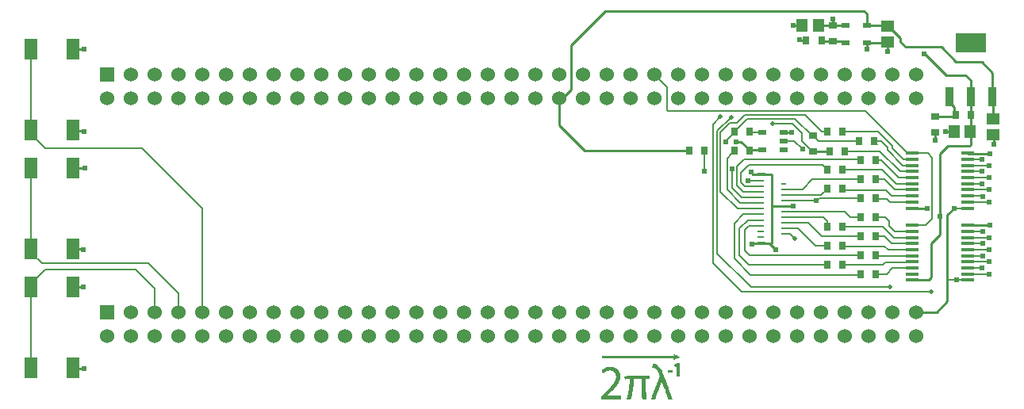
<source format=gtl>
G04*
G04 #@! TF.GenerationSoftware,Altium Limited,Altium Designer,23.3.1 (30)*
G04*
G04 Layer_Physical_Order=1*
G04 Layer_Color=417716*
%FSLAX25Y25*%
%MOIN*%
G70*
G04*
G04 #@! TF.SameCoordinates,15D68FC8-8055-42D3-B3C9-1605CC88C85B*
G04*
G04*
G04 #@! TF.FilePolarity,Positive*
G04*
G01*
G75*
%ADD10C,0.01000*%
%ADD15R,0.03347X0.02756*%
%ADD16R,0.05500X0.08500*%
%ADD17R,0.04921X0.05512*%
%ADD18R,0.03347X0.02362*%
%ADD19R,0.05512X0.04921*%
%ADD20R,0.02756X0.03347*%
%ADD21R,0.02835X0.00984*%
%ADD22R,0.02047X0.00984*%
%ADD23R,0.03347X0.01181*%
%ADD24R,0.05512X0.01772*%
%ADD25R,0.12992X0.08268*%
%ADD26R,0.03543X0.08268*%
%ADD42C,0.00600*%
%ADD43C,0.06000*%
%ADD44R,0.06200X0.06200*%
%ADD45C,0.02400*%
%ADD46C,0.02000*%
G36*
X238091Y-17633D02*
X238230Y-17689D01*
X238425Y-17772D01*
X238647Y-17855D01*
X238897Y-17966D01*
X239424Y-18189D01*
X239980Y-18438D01*
X240230Y-18550D01*
X240480Y-18633D01*
X240674Y-18744D01*
X240813Y-18799D01*
X240924Y-18855D01*
X240980Y-18883D01*
Y-18911D01*
X240952D01*
X240868Y-18966D01*
X240730Y-19022D01*
X240535Y-19105D01*
X240313Y-19188D01*
X240063Y-19272D01*
X239535Y-19494D01*
X239008Y-19716D01*
X238730Y-19827D01*
X238508Y-19938D01*
X238314Y-20021D01*
X238147Y-20077D01*
X238008Y-20132D01*
X237953Y-20160D01*
X238258Y-19355D01*
Y-19327D01*
X208072D01*
X208044Y-19299D01*
X208017Y-19272D01*
X207989Y-19216D01*
Y-18494D01*
Y-18466D01*
X208044Y-18438D01*
X238286D01*
X237953Y-17605D01*
Y-17578D01*
X237980D01*
X238091Y-17633D01*
D02*
G37*
G36*
X237703Y-24298D02*
Y-25270D01*
Y-25298D01*
X237647Y-25325D01*
X235898D01*
X235870Y-25270D01*
Y-24298D01*
Y-24270D01*
X235925Y-24242D01*
X237675D01*
X237703Y-24298D01*
D02*
G37*
G36*
X240674Y-21243D02*
Y-21299D01*
Y-27075D01*
Y-27103D01*
X240618Y-27130D01*
X239535D01*
X239508Y-27075D01*
Y-22687D01*
X239452D01*
X238675Y-23159D01*
X238619D01*
X238425Y-22021D01*
X238453Y-21993D01*
X238480Y-21965D01*
X238536Y-21910D01*
X238675Y-21826D01*
X238841Y-21715D01*
X239063Y-21576D01*
X239397Y-21410D01*
X239424Y-21382D01*
X239535Y-21299D01*
X239647Y-21243D01*
X239758Y-21215D01*
X240646D01*
X240674Y-21243D01*
D02*
G37*
G36*
X230344Y-21771D02*
X230483Y-21799D01*
X230677Y-21854D01*
X230871Y-21937D01*
X231093Y-22021D01*
X231343Y-22187D01*
X231593Y-22354D01*
X231871Y-22576D01*
X232149Y-22882D01*
X232454Y-23215D01*
X232732Y-23604D01*
X233010Y-24076D01*
X233287Y-24603D01*
X233537Y-25214D01*
X233565Y-25270D01*
X233593Y-25381D01*
X233676Y-25548D01*
X233759Y-25770D01*
X233870Y-26075D01*
X234037Y-26492D01*
X234148Y-26742D01*
X234231Y-27019D01*
X234370Y-27325D01*
X234481Y-27658D01*
X234620Y-28019D01*
X234787Y-28436D01*
X234953Y-28880D01*
X235120Y-29352D01*
X235342Y-29880D01*
X235537Y-30435D01*
X235759Y-31046D01*
X236009Y-31685D01*
X236259Y-32379D01*
X236536Y-33129D01*
X236842Y-33906D01*
X237147Y-34739D01*
X237480Y-35628D01*
X237842Y-36572D01*
X237814Y-36600D01*
X235981D01*
X235953Y-36572D01*
X235925Y-36517D01*
X235898Y-36406D01*
X235814Y-36239D01*
X235731Y-35961D01*
X235676Y-35767D01*
X235592Y-35572D01*
X235509Y-35350D01*
X235425Y-35073D01*
X235398Y-35017D01*
X235370Y-34906D01*
X235287Y-34684D01*
X235176Y-34434D01*
X235065Y-34101D01*
X234926Y-33712D01*
X234759Y-33295D01*
X234620Y-32823D01*
X234259Y-31824D01*
X233898Y-30796D01*
X233565Y-29769D01*
X233426Y-29269D01*
X233287Y-28824D01*
Y-28797D01*
Y-28769D01*
X233260Y-28741D01*
X233232Y-28713D01*
X233176D01*
Y-28741D01*
X233148Y-28797D01*
X233121Y-28880D01*
X233093Y-29019D01*
X233037Y-29185D01*
X232954Y-29435D01*
X232871Y-29769D01*
X232843Y-29824D01*
X232815Y-29907D01*
X232787Y-30018D01*
X232732Y-30185D01*
X232648Y-30380D01*
X232565Y-30657D01*
X232454Y-30990D01*
X232315Y-31407D01*
X232149Y-31879D01*
X231954Y-32434D01*
X231732Y-33073D01*
X231454Y-33795D01*
X231177Y-34601D01*
X230843Y-35545D01*
X230677Y-36045D01*
X230483Y-36572D01*
X230455Y-36600D01*
X228622D01*
Y-36544D01*
Y-36517D01*
X228650Y-36433D01*
X228705Y-36322D01*
X228761Y-36156D01*
X228844Y-35961D01*
X228955Y-35711D01*
X229066Y-35434D01*
X229177Y-35128D01*
X229427Y-34462D01*
X229733Y-33684D01*
X230066Y-32851D01*
X230399Y-31990D01*
X230732Y-31129D01*
X231066Y-30296D01*
X231371Y-29491D01*
X231649Y-28769D01*
X231760Y-28436D01*
X231899Y-28130D01*
X231982Y-27852D01*
X232093Y-27602D01*
X232149Y-27408D01*
X232232Y-27242D01*
X232260Y-27130D01*
X232288Y-27047D01*
X232315Y-26992D01*
Y-26880D01*
Y-26853D01*
X232288Y-26769D01*
X232260Y-26603D01*
X232176Y-26381D01*
X232065Y-26047D01*
X231982Y-25853D01*
X231871Y-25603D01*
X231760Y-25353D01*
X231621Y-25076D01*
X231482Y-24770D01*
X231288Y-24409D01*
Y-24381D01*
X231260Y-24353D01*
X231149Y-24215D01*
X231010Y-24020D01*
X230788Y-23798D01*
X230538Y-23604D01*
X230260Y-23409D01*
X229955Y-23270D01*
X229816Y-23215D01*
X229261D01*
X229205Y-23187D01*
Y-23159D01*
Y-23132D01*
X229233Y-22993D01*
X229261Y-22798D01*
X229288Y-22548D01*
X229344Y-22298D01*
X229372Y-22076D01*
X229399Y-21910D01*
X229427Y-21799D01*
X229483D01*
X229594Y-21771D01*
X229788Y-21743D01*
X230233D01*
X230344Y-21771D01*
D02*
G37*
G36*
X228150Y-26658D02*
Y-26686D01*
Y-26714D01*
X228122Y-26880D01*
X228094Y-27103D01*
X228066Y-27353D01*
X228011Y-27602D01*
X227983Y-27825D01*
X227955Y-27991D01*
X227928Y-28019D01*
Y-28047D01*
X226595D01*
Y-32768D01*
Y-32796D01*
Y-32907D01*
Y-33045D01*
Y-33240D01*
Y-33490D01*
X226622Y-33768D01*
Y-34378D01*
X226650Y-35017D01*
X226706Y-35628D01*
X226733Y-35934D01*
X226789Y-36183D01*
X226817Y-36406D01*
X226872Y-36572D01*
X226845Y-36600D01*
X225206D01*
X225151Y-36572D01*
X225095Y-36461D01*
X225067Y-36406D01*
X225040Y-36294D01*
X225012Y-36156D01*
X224956Y-36017D01*
X224928Y-35822D01*
X224901Y-35572D01*
X224873Y-35295D01*
X224845Y-34989D01*
Y-34601D01*
X224817Y-34184D01*
Y-28047D01*
X221540D01*
Y-28075D01*
Y-28102D01*
Y-28186D01*
Y-28297D01*
Y-28491D01*
X221513Y-28713D01*
Y-28991D01*
X221485Y-29324D01*
X221429Y-29713D01*
X221402Y-30130D01*
X221346Y-30630D01*
X221291Y-31157D01*
X221207Y-31740D01*
X221096Y-32351D01*
X221013Y-33045D01*
X220874Y-33768D01*
X220735Y-34545D01*
Y-34573D01*
X220707Y-34601D01*
X220680Y-34767D01*
X220624Y-35045D01*
X220541Y-35350D01*
X220346Y-36017D01*
X220235Y-36322D01*
X220124Y-36572D01*
X220096D01*
X220041Y-36600D01*
X218430D01*
Y-36572D01*
Y-36544D01*
X218458Y-36517D01*
X218486Y-36433D01*
X218514Y-36322D01*
X218541Y-36183D01*
X218597Y-35989D01*
X218653Y-35795D01*
X218736Y-35545D01*
X218791Y-35295D01*
X218875Y-34989D01*
X218930Y-34656D01*
X219014Y-34295D01*
X219097Y-33906D01*
X219180Y-33490D01*
X219263Y-33045D01*
X219347Y-32573D01*
Y-32546D01*
X219374Y-32434D01*
X219402Y-32268D01*
X219430Y-32046D01*
X219458Y-31796D01*
X219486Y-31490D01*
X219541Y-31157D01*
X219569Y-30824D01*
X219652Y-30074D01*
X219736Y-29324D01*
X219763Y-28630D01*
X219791Y-28324D01*
Y-28047D01*
X219347D01*
X219069Y-28075D01*
X218763D01*
X218430Y-28102D01*
X218097Y-28158D01*
X217764Y-28214D01*
Y-28158D01*
X217736Y-28047D01*
X217681Y-27908D01*
X217653Y-27714D01*
X217597Y-27519D01*
X217542Y-27353D01*
X217514Y-27214D01*
Y-27158D01*
X217542Y-27130D01*
X217681Y-27075D01*
X217875Y-26992D01*
X218153Y-26880D01*
X218541Y-26797D01*
X218986Y-26714D01*
X219513Y-26658D01*
X220124Y-26631D01*
X228150D01*
Y-26658D01*
D02*
G37*
G36*
X212182Y-22993D02*
X212349Y-23020D01*
X212543Y-23048D01*
X213015Y-23159D01*
X213515Y-23326D01*
X214070Y-23604D01*
X214320Y-23770D01*
X214598Y-23965D01*
X214848Y-24187D01*
X215070Y-24464D01*
X215098Y-24520D01*
X215181Y-24659D01*
X215320Y-24881D01*
X215459Y-25159D01*
X215570Y-25492D01*
X215709Y-25881D01*
X215792Y-26325D01*
X215820Y-26769D01*
Y-26992D01*
Y-27019D01*
Y-27103D01*
X215792Y-27242D01*
X215764Y-27436D01*
X215709Y-27686D01*
X215626Y-27991D01*
X215542Y-28324D01*
X215403Y-28686D01*
X215209Y-29102D01*
X214987Y-29574D01*
X214709Y-30046D01*
X214376Y-30574D01*
X213987Y-31102D01*
X213515Y-31685D01*
X212987Y-32268D01*
X212376Y-32879D01*
X212349Y-32907D01*
X212321Y-32934D01*
X212154Y-33101D01*
X211904Y-33351D01*
X211571Y-33656D01*
X211238Y-34017D01*
X210849Y-34378D01*
X210488Y-34739D01*
X210155Y-35045D01*
Y-35073D01*
X216125D01*
X216153Y-35128D01*
Y-36544D01*
Y-36572D01*
X216098Y-36600D01*
X207683D01*
X207656Y-36572D01*
X207628Y-36544D01*
X207600Y-36489D01*
Y-35600D01*
Y-35572D01*
X207628Y-35517D01*
X207711Y-35406D01*
X207850Y-35267D01*
X207906Y-35212D01*
X208044Y-35100D01*
X208239Y-34878D01*
X208516Y-34628D01*
X208850Y-34295D01*
X209183Y-33962D01*
X209988Y-33184D01*
X210766Y-32407D01*
X211127Y-32046D01*
X211432Y-31712D01*
X211710Y-31435D01*
X211904Y-31185D01*
X212043Y-31046D01*
X212099Y-30963D01*
X212126Y-30935D01*
X212182Y-30879D01*
X212265Y-30768D01*
X212404Y-30602D01*
X212543Y-30435D01*
X212710Y-30213D01*
X213043Y-29713D01*
X213404Y-29130D01*
X213682Y-28491D01*
X213821Y-28158D01*
X213904Y-27825D01*
X213959Y-27491D01*
X213987Y-27158D01*
Y-26992D01*
Y-26964D01*
Y-26908D01*
Y-26825D01*
X213959Y-26714D01*
X213904Y-26436D01*
X213821Y-26075D01*
X213654Y-25686D01*
X213404Y-25298D01*
X213237Y-25131D01*
X213071Y-24964D01*
X212848Y-24825D01*
X212599Y-24687D01*
X212571D01*
X212515Y-24659D01*
X212404Y-24631D01*
X212238Y-24576D01*
X212071Y-24548D01*
X211849Y-24520D01*
X211349Y-24492D01*
X211210D01*
X211099Y-24520D01*
X210821Y-24548D01*
X210460Y-24631D01*
X210016Y-24770D01*
X209544Y-24964D01*
X209044Y-25242D01*
X208516Y-25603D01*
Y-25575D01*
X208489Y-25548D01*
X208433Y-25409D01*
X208322Y-25214D01*
X208239Y-24992D01*
X208128Y-24742D01*
X208017Y-24548D01*
X207961Y-24409D01*
X207933Y-24326D01*
X207961Y-24298D01*
X208017Y-24270D01*
X208100Y-24187D01*
X208239Y-24103D01*
X208405Y-24020D01*
X208572Y-23881D01*
X209044Y-23631D01*
X209572Y-23381D01*
X210183Y-23187D01*
X210877Y-23020D01*
X211210Y-22993D01*
X211571Y-22965D01*
X212043D01*
X212182Y-22993D01*
D02*
G37*
D10*
X303600Y67752D02*
X303652Y67700D01*
X296600Y67752D02*
X303600D01*
X271594Y58106D02*
X275063D01*
X270800Y58900D02*
X271594Y58106D01*
X275063D02*
X279400D01*
X195000Y93486D02*
Y112200D01*
X193793Y92279D02*
X195000Y93486D01*
Y112200D02*
X209500Y126700D01*
X279400Y28894D02*
Y44681D01*
X284374D01*
X279400D02*
Y58106D01*
X278506Y28894D02*
X279400D01*
X333500Y113600D02*
X335600Y111500D01*
X350600D01*
X356900Y105200D01*
X343300Y108600D02*
X343600D01*
X352600Y99600D01*
X372055Y93142D02*
Y100745D01*
Y90780D02*
Y93142D01*
X356900Y105200D02*
X367600D01*
X372055Y100745D01*
X352600Y99600D02*
X360900D01*
X363000Y97500D01*
X353200Y13600D02*
Y40995D01*
Y4500D02*
Y13600D01*
X271000Y28800D02*
X271094Y28894D01*
X275063D01*
X-14100Y-23500D02*
X-14000Y-23600D01*
X-9500D01*
X-10000Y10500D02*
X-9900Y10600D01*
X-14100Y10500D02*
X-10000D01*
X-10200Y26400D02*
X-9900D01*
X-10300Y26500D02*
X-10200Y26400D01*
X-14100Y26500D02*
X-10300D01*
X-14100Y60500D02*
X-9400D01*
X-14100Y110500D02*
X-9600D01*
Y76200D02*
X-9500Y76100D01*
X-13800Y76200D02*
X-9600D01*
X-14100Y76500D02*
X-13800Y76200D01*
X275063Y28894D02*
X278506D01*
X281200Y26200D01*
X284374Y44681D02*
X288319D01*
X288400Y44600D01*
X319429Y110729D02*
Y113260D01*
X319400Y110700D02*
X319429Y110729D01*
X361614Y36516D02*
X371184D01*
X371200Y36500D01*
X190000Y78600D02*
Y90000D01*
Y78600D02*
X200600Y68000D01*
X244752D01*
X363248Y70500D02*
Y83000D01*
X353314Y69914D02*
X362662D01*
X363248Y70500D01*
X350100Y66700D02*
X353314Y69914D01*
X350100Y32800D02*
Y66700D01*
X352400Y76000D02*
X356000D01*
X352300Y75900D02*
X352400Y76000D01*
X333500Y113600D02*
Y115240D01*
X328000Y120445D02*
X328295D01*
X333500Y115240D01*
X370783Y94413D02*
X372055Y93142D01*
X363000Y90780D02*
Y97500D01*
X328000Y109700D02*
X328100Y109600D01*
Y109500D02*
Y109600D01*
X328000Y109700D02*
Y113555D01*
X327705Y113260D02*
X328000Y113555D01*
X319429Y113260D02*
X327705D01*
X309287Y114052D02*
X310079Y113260D01*
X305100Y114052D02*
X309287D01*
X310079Y113260D02*
X310571D01*
X300596Y113952D02*
X300696Y114052D01*
X305100D01*
X288300Y120700D02*
X292055D01*
X372800Y70700D02*
Y74296D01*
X372540Y74555D02*
X372800Y74296D01*
X361678Y66763D02*
X371037D01*
X361614Y66827D02*
X361678Y66763D01*
X371037D02*
X371100Y66700D01*
X338483Y43698D02*
X344502D01*
X338386Y43795D02*
X338483Y43698D01*
X344502D02*
X344600Y43600D01*
X346300Y29000D02*
X350100Y32800D01*
X346300Y14500D02*
Y29000D01*
X338386Y13484D02*
X345284D01*
X346300Y14500D01*
X353200Y40995D02*
X356000Y43795D01*
X348700Y0D02*
X353200Y4500D01*
X340000Y0D02*
X348700D01*
X190000Y90000D02*
X191353D01*
X193632Y92279D01*
X193793D01*
X209500Y126700D02*
X318200D01*
X319429Y125471D01*
Y120740D02*
Y125471D01*
Y120740D02*
X327705D01*
X328000Y120445D01*
X305196Y120644D02*
X305200Y120648D01*
X305100Y120548D02*
X305196Y120644D01*
X305200Y120648D02*
Y123200D01*
X310475Y120644D02*
X310571Y120740D01*
X305196Y120644D02*
X310475D01*
X299097Y120548D02*
X305100D01*
X298945Y120700D02*
X299097Y120548D01*
X291200Y114500D02*
X291500Y114200D01*
X293852D01*
X300348D02*
X300596Y113952D01*
X305074Y120574D02*
X305100Y120548D01*
X269370Y69173D02*
X270248Y68295D01*
X269075Y69173D02*
X269370D01*
X266548Y71700D02*
X269075Y69173D01*
X270248Y68000D02*
Y68295D01*
X264400Y71700D02*
X266548D01*
X270508Y68260D02*
X275571D01*
X287540Y75740D02*
X287600Y75800D01*
X287700D01*
X284429Y75740D02*
X287540D01*
X372055Y90780D02*
X372540Y90294D01*
Y81445D02*
Y90294D01*
X348000Y82248D02*
X356000D01*
X356752Y83000D01*
X356189Y83563D02*
Y86173D01*
X353945Y88417D02*
X356189Y86173D01*
Y83563D02*
X356752Y83000D01*
X353945Y88417D02*
Y90780D01*
X363000D02*
X363248Y90531D01*
Y83000D02*
Y90531D01*
X348000Y72300D02*
Y75752D01*
D15*
X296600Y74248D02*
D03*
Y67752D02*
D03*
X305100Y120548D02*
D03*
Y114052D02*
D03*
X348000Y82248D02*
D03*
Y75752D02*
D03*
D16*
X-31900Y110500D02*
D03*
Y76500D02*
D03*
X-14100Y110500D02*
D03*
Y76500D02*
D03*
X-31900Y60500D02*
D03*
Y26500D02*
D03*
X-14100Y60500D02*
D03*
Y26500D02*
D03*
X-31900Y10500D02*
D03*
Y-23500D02*
D03*
X-14100Y10500D02*
D03*
Y-23500D02*
D03*
D17*
X292055Y120700D02*
D03*
X298945D02*
D03*
X356000Y76000D02*
D03*
X362890D02*
D03*
D18*
X319429Y113260D02*
D03*
Y120740D02*
D03*
X310571D02*
D03*
Y113260D02*
D03*
X284429Y68260D02*
D03*
Y72000D02*
D03*
Y75740D02*
D03*
X275571D02*
D03*
Y68260D02*
D03*
D19*
X328000Y113555D02*
D03*
Y120445D02*
D03*
X372540Y74555D02*
D03*
Y81445D02*
D03*
D20*
X363248Y83000D02*
D03*
X356752D02*
D03*
X251248Y68000D02*
D03*
X244752D02*
D03*
X300348Y114200D02*
D03*
X293852D02*
D03*
X263752Y68000D02*
D03*
X270248D02*
D03*
X263752Y76000D02*
D03*
X270248D02*
D03*
X316052Y71900D02*
D03*
X322548D02*
D03*
X310148Y67700D02*
D03*
X303652D02*
D03*
X323248Y39957D02*
D03*
X316752D02*
D03*
Y24000D02*
D03*
X323248D02*
D03*
X316752Y16043D02*
D03*
X323248D02*
D03*
X302752Y20000D02*
D03*
X309248D02*
D03*
Y36000D02*
D03*
X302752D02*
D03*
X309248Y28000D02*
D03*
X302752D02*
D03*
X309248Y52000D02*
D03*
X302752D02*
D03*
X316752Y64000D02*
D03*
X323248D02*
D03*
X302752Y60000D02*
D03*
X309248D02*
D03*
X302752Y76000D02*
D03*
X309248D02*
D03*
X323248Y48000D02*
D03*
X316752D02*
D03*
X323248Y56000D02*
D03*
X316752D02*
D03*
X323248Y32000D02*
D03*
X316752D02*
D03*
D21*
X274807Y43500D02*
D03*
Y41138D02*
D03*
Y38776D02*
D03*
Y36413D02*
D03*
Y34051D02*
D03*
Y31689D02*
D03*
Y45862D02*
D03*
Y48224D02*
D03*
Y50587D02*
D03*
Y52949D02*
D03*
Y55311D02*
D03*
D22*
X284374Y42319D02*
D03*
Y39957D02*
D03*
Y37595D02*
D03*
Y35232D02*
D03*
Y32870D02*
D03*
Y44681D02*
D03*
Y47043D02*
D03*
Y49406D02*
D03*
Y51768D02*
D03*
Y54130D02*
D03*
D23*
X275063Y58106D02*
D03*
Y28894D02*
D03*
D24*
X338386Y66827D02*
D03*
Y64268D02*
D03*
Y61709D02*
D03*
Y59150D02*
D03*
Y56590D02*
D03*
Y54031D02*
D03*
Y51472D02*
D03*
Y48913D02*
D03*
Y46354D02*
D03*
Y43795D02*
D03*
X361614Y66827D02*
D03*
Y64268D02*
D03*
Y61709D02*
D03*
Y59150D02*
D03*
Y56590D02*
D03*
Y54031D02*
D03*
Y51472D02*
D03*
Y48913D02*
D03*
Y46354D02*
D03*
Y43795D02*
D03*
X338386Y36516D02*
D03*
Y33957D02*
D03*
Y31398D02*
D03*
Y28839D02*
D03*
Y26280D02*
D03*
Y23720D02*
D03*
Y21161D02*
D03*
Y18602D02*
D03*
Y16043D02*
D03*
Y13484D02*
D03*
X361614Y36516D02*
D03*
Y33957D02*
D03*
Y31398D02*
D03*
Y28839D02*
D03*
Y26280D02*
D03*
Y23720D02*
D03*
Y21161D02*
D03*
Y18602D02*
D03*
Y16043D02*
D03*
Y13484D02*
D03*
D25*
X363000Y113221D02*
D03*
D26*
X372055Y90780D02*
D03*
X363000D02*
D03*
X353945D02*
D03*
D42*
X257900Y75700D02*
X261900Y79700D01*
X264900D01*
X257900Y50700D02*
Y75700D01*
Y50700D02*
X265100Y43500D01*
X256400Y24800D02*
Y76200D01*
Y24800D02*
X270700Y10500D01*
X254600Y79000D02*
X257900Y82300D01*
X254600Y20700D02*
X266800Y8500D01*
X254600Y20700D02*
Y79000D01*
X251000Y67752D02*
X251248Y68000D01*
X251000Y59200D02*
Y67752D01*
X266800Y8500D02*
X346500D01*
X268100Y82900D02*
X293500D01*
X264900Y79700D02*
X268100Y82900D01*
X256400Y76200D02*
X262300Y82100D01*
X318742Y84600D02*
X336516Y66827D01*
X235651Y84600D02*
X318742D01*
X235300Y84952D02*
X235651Y84600D01*
X235300Y84952D02*
Y94700D01*
X263800Y22500D02*
Y37400D01*
X267538Y41138D01*
X263800Y22500D02*
X270552Y15748D01*
X265100Y43500D02*
X274807D01*
X266300Y54800D02*
X268151Y52949D01*
X274802Y55305D02*
X274807Y55311D01*
X267513Y50587D02*
X274807D01*
X264800Y53300D02*
Y61400D01*
X260600Y51500D02*
X266238Y45862D01*
X268151Y52949D02*
X274807D01*
X262700Y52200D02*
X266676Y48224D01*
X266300Y54800D02*
Y58600D01*
X269400Y55300D02*
X269406Y55305D01*
X274802D01*
X266676Y48224D02*
X274807D01*
X260600Y51500D02*
Y64648D01*
X264800Y53300D02*
X267513Y50587D01*
X262700Y52200D02*
Y60200D01*
X266238Y45862D02*
X274807D01*
X262579Y66627D02*
X262674D01*
X263452Y67405D01*
X264800Y61400D02*
X267800Y64400D01*
X260600Y64648D02*
X262579Y66627D01*
X266300Y58600D02*
X269700Y62000D01*
X293300D01*
X267538Y41138D02*
X274807D01*
X270552Y15748D02*
X316752D01*
X270700Y10500D02*
X329000D01*
X265800Y23900D02*
X269700Y20000D01*
X268200Y26000D02*
X270200Y24000D01*
X268200Y26000D02*
Y34800D01*
X269700Y20000D02*
X302752D01*
X265800Y23900D02*
Y35300D01*
X270200Y24000D02*
X316752D01*
X292100Y71957D02*
Y75300D01*
X279800Y79300D02*
X288100D01*
X292100Y75300D01*
Y71957D02*
X296305Y67752D01*
X284429Y72000D02*
X288900D01*
X292300Y68600D01*
X296305Y67752D02*
X296600D01*
X289253Y81300D02*
X296305Y74248D01*
X269052Y81300D02*
X289253D01*
X265125Y77373D02*
X269052Y81300D01*
X293500Y82900D02*
X300400Y76000D01*
X263752Y76295D02*
X264830Y77373D01*
X263752Y75705D02*
Y76000D01*
X264830Y77373D02*
X265125D01*
X263752Y76000D02*
Y76295D01*
X284374Y32870D02*
X287130D01*
X289000Y31000D01*
X296305Y74248D02*
X296600D01*
X310148Y67700D02*
X324800D01*
X333350Y59150D01*
X296895Y74248D02*
X299243Y71900D01*
X296600Y74248D02*
X296895D01*
X299243Y71900D02*
X316052D01*
X-25900Y69000D02*
X14700D01*
X40000Y43700D01*
Y0D02*
Y43700D01*
X230000Y100000D02*
X235300Y94700D01*
X353200Y13600D02*
X357200D01*
X338386Y36516D02*
X344216D01*
X346921Y39221D02*
Y65079D01*
X344216Y36516D02*
X346921Y39221D01*
X345173Y66827D02*
X346921Y65079D01*
X269813Y36413D02*
X274807D01*
X268200Y34800D02*
X269813Y36413D01*
X265800Y35300D02*
X269276Y38776D01*
X302669Y36083D02*
Y38222D01*
X284374Y39957D02*
X300934D01*
X302669Y38222D01*
Y36083D02*
X302752Y36000D01*
X294706Y37595D02*
X300400Y31900D01*
X316652D01*
X284374Y37595D02*
X294706D01*
X297800Y28000D02*
X302752D01*
X290568Y35232D02*
X297800Y28000D01*
X284374Y35232D02*
X290568D01*
X323248Y16043D02*
X327643D01*
X330202Y18602D02*
X338386D01*
X327643Y16043D02*
X330202Y18602D01*
X323248Y47705D02*
X323253Y47700D01*
X327700D01*
X329046Y46354D01*
X338386D01*
X338340Y46400D02*
X338386Y46354D01*
X323248Y47705D02*
Y48000D01*
X332809Y56590D02*
X338386D01*
X325400Y64000D02*
X332809Y56590D01*
X323248Y64000D02*
X325400D01*
X325700Y60000D02*
X331668Y54031D01*
X309248Y60000D02*
X325700D01*
X331668Y54031D02*
X338386D01*
X331228Y51472D02*
X338386D01*
X323398Y55850D02*
X326850D01*
X331228Y51472D01*
X333350Y59150D02*
X338386D01*
X324059Y76000D02*
X330100Y69959D01*
Y68898D02*
X334730Y64268D01*
X330100Y68898D02*
Y69959D01*
X328000Y68200D02*
Y69400D01*
X325500Y71900D02*
X328000Y69400D01*
Y68200D02*
X334491Y61709D01*
X334730Y64268D02*
X338386D01*
X322548Y71900D02*
X325500D01*
X334491Y61709D02*
X338386D01*
X322548Y71605D02*
X323626Y70527D01*
X309248Y76000D02*
X324059D01*
X-31900Y12000D02*
X-25900Y18000D01*
X12000D01*
X20000Y10000D01*
X-31900Y25000D02*
X-27400Y20500D01*
X17500D01*
X-31900Y75000D02*
X-25900Y69000D01*
X-31900Y76500D02*
Y110500D01*
Y26500D02*
Y60500D01*
Y-23500D02*
Y10500D01*
Y75000D02*
Y76500D01*
X30000Y0D02*
Y8000D01*
X17500Y20500D02*
X30000Y8000D01*
X20000Y0D02*
Y10000D01*
X-31900Y25000D02*
Y26500D01*
Y10500D02*
Y12000D01*
X284374Y47043D02*
X298000D01*
X298357D01*
X330602Y31398D02*
X338386D01*
X309248Y36000D02*
X326000D01*
X330602Y31398D01*
X331043Y33957D02*
X338386D01*
X328800Y36200D02*
X331043Y33957D01*
X270248Y76000D02*
X270508Y75740D01*
X275571D01*
X260000Y71953D02*
X263752Y75705D01*
X260000Y71700D02*
Y71953D01*
X263452Y67405D02*
Y67500D01*
X267800Y64400D02*
X316352D01*
X264657Y74800D02*
X264830Y74627D01*
X336516Y66827D02*
X338386D01*
X300400Y76000D02*
X302752D01*
X316352Y64400D02*
X316752Y64000D01*
X293300Y62000D02*
X300752D01*
X301379Y61373D01*
X302752Y60000D02*
Y60295D01*
X301674Y61373D02*
X302752Y60295D01*
X301379Y61373D02*
X301674D01*
X296500Y56000D02*
X316752D01*
X292268Y51768D02*
X296500Y56000D01*
X323248D02*
X323398Y55850D01*
X309948Y51300D02*
X327400D01*
X309248Y52000D02*
X309948Y51300D01*
X327400D02*
X329787Y48913D01*
X338386D01*
X301674Y50627D02*
X302752Y51705D01*
X301379Y50627D02*
X301674D01*
X302752Y51705D02*
Y52000D01*
X300157Y49406D02*
X301379Y50627D01*
X284374Y49406D02*
X300157D01*
X299313Y48000D02*
X316752D01*
X298357Y47043D02*
X299313Y48000D01*
X284374Y51768D02*
X292268D01*
X269276Y38776D02*
X274807D01*
X284374Y42319D02*
X310081D01*
X312443Y39957D02*
X316752D01*
X310081Y42319D02*
X312443Y39957D01*
X316752D02*
X316752Y39957D01*
X316652Y31900D02*
X316752Y32000D01*
X327100Y21100D02*
X338324D01*
X338386Y21161D01*
X309248Y20000D02*
X326000D01*
X327100Y21100D01*
X323528Y23720D02*
X338386D01*
X323248Y24000D02*
X323528Y23720D01*
X309448Y27800D02*
X326800D01*
X309248Y28000D02*
X309448Y27800D01*
X326800D02*
X328321Y26280D01*
X338386D01*
X329700Y28900D02*
X338324D01*
X338386Y28839D01*
X326600Y32000D02*
X329700Y28900D01*
X323248Y32000D02*
X326600D01*
X327143Y39957D02*
X328800Y38300D01*
X323248Y39957D02*
X327143D01*
X328800Y36200D02*
Y38300D01*
X316752Y39957D02*
Y40252D01*
X315674Y41330D02*
X316752Y40252D01*
X338386Y66827D02*
X345173D01*
X361614Y59150D02*
X367800D01*
X361614Y54031D02*
X367868D01*
X367900Y54000D01*
X361614Y51472D02*
X370900D01*
X361614Y56590D02*
X370900D01*
X361614Y16043D02*
X370857D01*
X370900Y16000D01*
X361614Y18602D02*
X367732D01*
X361614Y21161D02*
X370900D01*
X361614Y23720D02*
X368000D01*
X361614Y26280D02*
X370900D01*
X357200Y13600D02*
X357316Y13484D01*
X361614D01*
Y28839D02*
X367945D01*
X368000Y28894D01*
X361614Y31398D02*
X370854D01*
X361614Y33957D02*
X368000D01*
X356000Y43795D02*
X361614D01*
Y46354D02*
X370854D01*
X370900Y46400D01*
X367827Y48913D02*
X368000Y48740D01*
X361614Y48913D02*
X367827D01*
X361614Y61709D02*
X370891D01*
X370900Y61700D01*
X361614Y64268D02*
X367732D01*
X367800Y64200D01*
D43*
X340000Y-10000D02*
D03*
Y0D02*
D03*
X330000Y-10000D02*
D03*
Y0D02*
D03*
X320000Y-10000D02*
D03*
Y0D02*
D03*
X310000Y-10000D02*
D03*
Y0D02*
D03*
X300000Y-10000D02*
D03*
Y0D02*
D03*
X290000Y-10000D02*
D03*
Y0D02*
D03*
X280000Y-10000D02*
D03*
Y0D02*
D03*
X270000Y-10000D02*
D03*
Y0D02*
D03*
X260000Y-10000D02*
D03*
Y0D02*
D03*
X250000Y-10000D02*
D03*
Y0D02*
D03*
X240000Y-10000D02*
D03*
Y0D02*
D03*
X230000Y-10000D02*
D03*
Y0D02*
D03*
X220000Y-10000D02*
D03*
Y0D02*
D03*
X210000Y-10000D02*
D03*
Y0D02*
D03*
X200000Y-10000D02*
D03*
Y0D02*
D03*
X190000Y-10000D02*
D03*
Y0D02*
D03*
X180000Y-10000D02*
D03*
Y0D02*
D03*
X170000Y-10000D02*
D03*
Y0D02*
D03*
X160000Y-10000D02*
D03*
Y0D02*
D03*
X150000Y-10000D02*
D03*
Y0D02*
D03*
X140000Y-10000D02*
D03*
Y0D02*
D03*
X130000Y-10000D02*
D03*
Y0D02*
D03*
X120000Y-10000D02*
D03*
Y0D02*
D03*
X110000Y-10000D02*
D03*
Y0D02*
D03*
X100000Y-10000D02*
D03*
Y0D02*
D03*
X90000Y-10000D02*
D03*
Y0D02*
D03*
X80000Y-10000D02*
D03*
Y0D02*
D03*
X70000Y-10000D02*
D03*
Y0D02*
D03*
X60000Y-10000D02*
D03*
Y0D02*
D03*
X50000Y-10000D02*
D03*
Y0D02*
D03*
X40000Y-10000D02*
D03*
Y0D02*
D03*
X0Y-10000D02*
D03*
X10000Y0D02*
D03*
Y-10000D02*
D03*
X20000Y0D02*
D03*
Y-10000D02*
D03*
X30000Y0D02*
D03*
Y-10000D02*
D03*
Y90000D02*
D03*
Y100000D02*
D03*
X20000Y90000D02*
D03*
Y100000D02*
D03*
X10000Y90000D02*
D03*
Y100000D02*
D03*
X0Y90000D02*
D03*
X40000Y100000D02*
D03*
Y90000D02*
D03*
X50000Y100000D02*
D03*
Y90000D02*
D03*
X60000Y100000D02*
D03*
Y90000D02*
D03*
X70000Y100000D02*
D03*
Y90000D02*
D03*
X80000Y100000D02*
D03*
Y90000D02*
D03*
X90000Y100000D02*
D03*
Y90000D02*
D03*
X100000Y100000D02*
D03*
Y90000D02*
D03*
X110000Y100000D02*
D03*
Y90000D02*
D03*
X120000Y100000D02*
D03*
Y90000D02*
D03*
X130000Y100000D02*
D03*
Y90000D02*
D03*
X140000Y100000D02*
D03*
Y90000D02*
D03*
X150000Y100000D02*
D03*
Y90000D02*
D03*
X160000Y100000D02*
D03*
Y90000D02*
D03*
X170000Y100000D02*
D03*
Y90000D02*
D03*
X180000Y100000D02*
D03*
Y90000D02*
D03*
X190000Y100000D02*
D03*
Y90000D02*
D03*
X200000Y100000D02*
D03*
Y90000D02*
D03*
X210000Y100000D02*
D03*
Y90000D02*
D03*
X220000Y100000D02*
D03*
Y90000D02*
D03*
X230000Y100000D02*
D03*
Y90000D02*
D03*
X240000Y100000D02*
D03*
Y90000D02*
D03*
X250000Y100000D02*
D03*
Y90000D02*
D03*
X260000Y100000D02*
D03*
Y90000D02*
D03*
X270000Y100000D02*
D03*
Y90000D02*
D03*
X280000Y100000D02*
D03*
Y90000D02*
D03*
X290000Y100000D02*
D03*
Y90000D02*
D03*
X300000Y100000D02*
D03*
Y90000D02*
D03*
X310000Y100000D02*
D03*
Y90000D02*
D03*
X320000Y100000D02*
D03*
Y90000D02*
D03*
X330000Y100000D02*
D03*
Y90000D02*
D03*
X340000Y100000D02*
D03*
Y90000D02*
D03*
D44*
X0Y0D02*
D03*
Y100000D02*
D03*
D45*
X251000Y59200D02*
D03*
X269400Y55300D02*
D03*
X262700Y60200D02*
D03*
X292300Y68600D02*
D03*
X270800Y58900D02*
D03*
X343300Y108600D02*
D03*
X271000Y28800D02*
D03*
X-9500Y-23600D02*
D03*
X-9900Y10600D02*
D03*
Y26400D02*
D03*
X-9400Y60500D02*
D03*
X-9600Y110500D02*
D03*
X-9500Y76100D02*
D03*
X298000Y47043D02*
D03*
X281200Y26200D02*
D03*
X288400Y44600D02*
D03*
X319400Y110700D02*
D03*
X371200Y36500D02*
D03*
X352300Y75900D02*
D03*
X328100Y109500D02*
D03*
X288300Y120700D02*
D03*
X372800Y70700D02*
D03*
X371100Y66700D02*
D03*
X344600Y43600D02*
D03*
X350200Y40200D02*
D03*
X305200Y123200D02*
D03*
X291200Y114500D02*
D03*
X264400Y71700D02*
D03*
X287700Y75800D02*
D03*
X260000Y71700D02*
D03*
X348000Y72300D02*
D03*
X367900Y54000D02*
D03*
X370900Y56590D02*
D03*
Y16000D02*
D03*
X367732Y18602D02*
D03*
X370900Y21161D02*
D03*
X368000Y23720D02*
D03*
X370900Y26280D02*
D03*
X357200Y13600D02*
D03*
X368000Y28894D02*
D03*
X370854Y31398D02*
D03*
X368000Y33957D02*
D03*
X356000Y43795D02*
D03*
X370900Y46400D02*
D03*
X368000Y48740D02*
D03*
X370900Y51472D02*
D03*
X367800Y59150D02*
D03*
X370900Y61700D02*
D03*
X367800Y64200D02*
D03*
D46*
X262300Y82100D02*
D03*
X257900Y82300D02*
D03*
X329000Y10500D02*
D03*
X346500Y8500D02*
D03*
X279800Y79300D02*
D03*
X289000Y31000D02*
D03*
M02*

</source>
